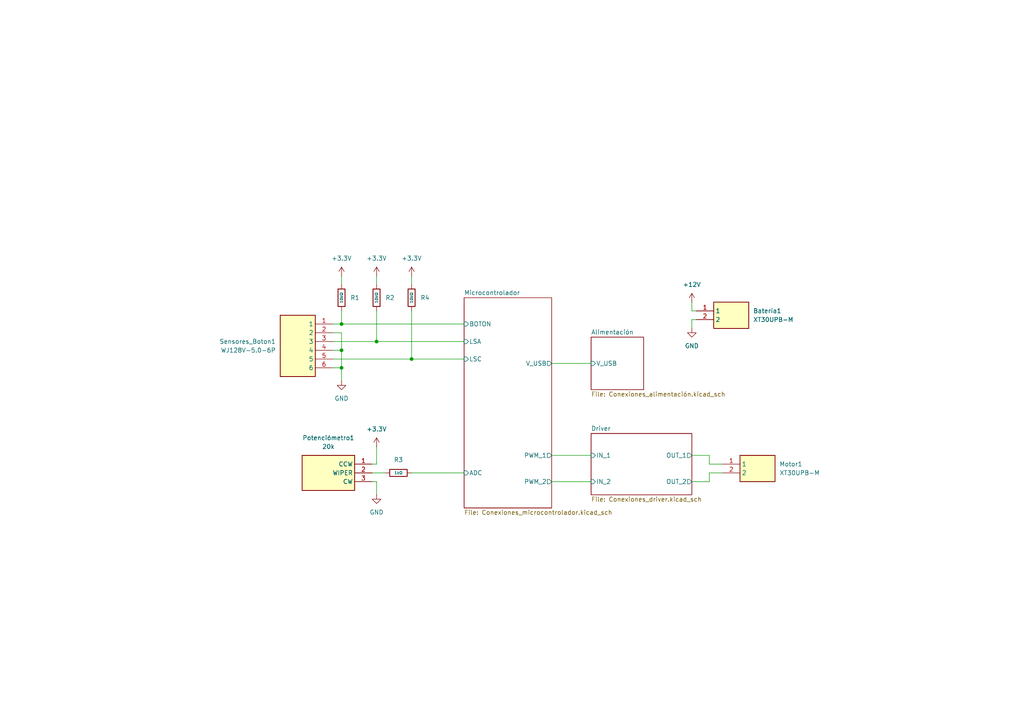
<source format=kicad_sch>
(kicad_sch (version 20250114) (generator "eeschema") (generator_version "9.0")
  (paper "A4")
  (lib_symbols
    (symbol "PCM_JLCPCB-Resistors:0603,10kΩ" (pin_numbers (hide yes)) (pin_names (offset 0))
      (property "Reference" "R" (at 1.778 0 0))
      (property "Value" "10kΩ" (at 0 0 90))
      (symbol "0603,10kΩ_0_1"
        (rectangle (start -1.016 2.54) (end 1.016 -2.54) (stroke (width 0.254)))
      )
      (symbol "0603,10kΩ_1_1"
        (pin passive line (at 0 3.81 270) (length 1.27) (name "~") (number "1"))
        (pin passive line (at 0 -3.81 90) (length 1.27) (name "~") (number "2"))
      )
    )
    (symbol "PCM_JLCPCB-Resistors:0805,1kΩ" (pin_numbers (hide yes)) (pin_names (offset 0))
      (property "Reference" "R" (at 1.778 0 0))
      (property "Value" "1kΩ" (at 0 0 90))
      (symbol "0805,1kΩ_0_1"
        (rectangle (start -1.016 2.54) (end 1.016 -2.54) (stroke (width 0.254)))
      )
      (symbol "0805,1kΩ_1_1"
        (pin passive line (at 0 3.81 270) (length 1.27) (name "~") (number "1"))
        (pin passive line (at 0 -3.81 90) (length 1.27) (name "~") (number "2"))
      )
    )
    (symbol "SamacSys_Parts:3296W-1-203LF"
      (property "Reference" "R" (at 21.59 7.62 0))
      (property "Value" "3296W-1-203LF" (at 21.59 5.08 0))
      (symbol "3296W-1-203LF_1_1"
        (rectangle (start 5.08 2.54) (end 20.32 -7.62) (stroke (width 0.254)) (fill (type background)))
        (pin passive line (at 0 0 0) (length 5.08) (name "CW") (number "3"))
        (pin passive line (at 0 -2.54 0) (length 5.08) (name "WIPER") (number "2"))
        (pin passive line (at 0 -5.08 0) (length 5.08) (name "CCW") (number "1"))
      )
    )
    (symbol "SamacSys_Parts:WJ128V-5.0-6P"
      (property "Reference" "J" (at 16.51 7.62 0))
      (property "Value" "WJ128V-5.0-6P" (at 16.51 5.08 0))
      (symbol "WJ128V-5.0-6P_1_1"
        (rectangle (start 5.08 2.54) (end 15.24 -15.24) (stroke (width 0.254)) (fill (type background)))
        (pin passive line (at 0 0 0) (length 5.08) (name "1") (number "1"))
        (pin passive line (at 0 -2.54 0) (length 5.08) (name "2") (number "2"))
        (pin passive line (at 0 -5.08 0) (length 5.08) (name "3") (number "3"))
        (pin passive line (at 0 -7.62 0) (length 5.08) (name "4") (number "4"))
        (pin passive line (at 0 -10.16 0) (length 5.08) (name "5") (number "5"))
        (pin passive line (at 0 -12.7 0) (length 5.08) (name "6") (number "6"))
      )
    )
    (symbol "SamacSys_Parts:XT30UPB-M"
      (property "Reference" "J" (at 16.51 7.62 0))
      (property "Value" "XT30UPB-M" (at 16.51 5.08 0))
      (symbol "XT30UPB-M_1_1"
        (rectangle (start 5.08 2.54) (end 15.24 -5.08) (stroke (width 0.254)) (fill (type background)))
        (pin passive line (at 0 0 0) (length 5.08) (name "1") (number "1"))
        (pin passive line (at 0 -2.54 0) (length 5.08) (name "2") (number "2"))
      )
    )
    (symbol "power:+12V" (power) (pin_numbers (hide yes)) (pin_names (offset 0) (hide yes))
      (property "Value" "+12V" (at 0 3.556 0))
      (symbol "+12V_0_1"
        (polyline (pts (xy -0.762 1.27) (xy 0 2.54)))
        (polyline (pts (xy 0 2.54) (xy 0.762 1.27)))
        (polyline (pts (xy 0 0) (xy 0 2.54)))
      )
      (symbol "+12V_1_1"
        (pin power_in line (at 0 0 90) (length 0) (name "~") (number "1"))
      )
    )
    (symbol "power:+3.3V" (power) (pin_numbers (hide yes)) (pin_names (offset 0) (hide yes))
      (property "Value" "+3.3V" (at 0 3.556 0))
      (symbol "+3.3V_0_1"
        (polyline (pts (xy -0.762 1.27) (xy 0 2.54)))
        (polyline (pts (xy 0 2.54) (xy 0.762 1.27)))
        (polyline (pts (xy 0 0) (xy 0 2.54)))
      )
      (symbol "+3.3V_1_1"
        (pin power_in line (at 0 0 90) (length 0) (name "~") (number "1"))
      )
    )
    (symbol "power:GND" (power) (pin_numbers (hide yes)) (pin_names (offset 0) (hide yes))
      (property "Value" "GND" (at 0 -3.81 0))
      (symbol "GND_0_1"
        (polyline (pts (xy 0 0) (xy 0 -1.27) (xy 1.27 -1.27) (xy 0 -2.54) (xy -1.27 -1.27) (xy 0 -1.27)))
      )
      (symbol "GND_1_1"
        (pin power_in line (at 0 0 270) (length 0) (name "~") (number "1"))
      )
    )
  )
  (junction (at 109.22 99.06))
  (junction (at 99.06 101.6))
  (junction (at 119.38 104.14))
  (junction (at 99.06 106.68))
  (junction (at 99.06 93.98))
  (wire (pts (xy 209.55 134.62) (xy 205.74 134.62)))
  (wire (pts (xy 109.22 139.7) (xy 107.95 139.7)))
  (wire (pts (xy 200.66 92.71) (xy 201.93 92.71)))
  (wire (pts (xy 119.38 80.01) (xy 119.38 82.55)))
  (wire (pts (xy 99.06 93.98) (xy 134.62 93.98)))
  (wire (pts (xy 107.95 137.16) (xy 111.76 137.16)))
  (wire (pts (xy 160.02 132.08) (xy 171.45 132.08)))
  (wire (pts (xy 107.95 134.62) (xy 109.22 134.62)))
  (wire (pts (xy 109.22 80.01) (xy 109.22 82.55)))
  (wire (pts (xy 96.52 104.14) (xy 119.38 104.14)))
  (wire (pts (xy 160.02 139.7) (xy 171.45 139.7)))
  (wire (pts (xy 96.52 93.98) (xy 99.06 93.98)))
  (wire (pts (xy 109.22 143.51) (xy 109.22 139.7)))
  (wire (pts (xy 109.22 99.06) (xy 96.52 99.06)))
  (wire (pts (xy 99.06 101.6) (xy 99.06 106.68)))
  (wire (pts (xy 119.38 104.14) (xy 119.38 90.17)))
  (wire (pts (xy 209.55 137.16) (xy 205.74 137.16)))
  (wire (pts (xy 109.22 90.17) (xy 109.22 99.06)))
  (wire (pts (xy 99.06 96.52) (xy 99.06 101.6)))
  (wire (pts (xy 205.74 134.62) (xy 205.74 132.08)))
  (wire (pts (xy 96.52 101.6) (xy 99.06 101.6)))
  (wire (pts (xy 99.06 93.98) (xy 99.06 90.17)))
  (wire (pts (xy 205.74 139.7) (xy 200.66 139.7)))
  (wire (pts (xy 119.38 104.14) (xy 134.62 104.14)))
  (wire (pts (xy 200.66 87.63) (xy 200.66 90.17)))
  (wire (pts (xy 119.38 137.16) (xy 134.62 137.16)))
  (wire (pts (xy 99.06 80.01) (xy 99.06 82.55)))
  (wire (pts (xy 200.66 95.25) (xy 200.66 92.71)))
  (wire (pts (xy 96.52 106.68) (xy 99.06 106.68)))
  (wire (pts (xy 160.02 105.41) (xy 171.45 105.41)))
  (wire (pts (xy 109.22 99.06) (xy 134.62 99.06)))
  (wire (pts (xy 205.74 137.16) (xy 205.74 139.7)))
  (wire (pts (xy 205.74 132.08) (xy 200.66 132.08)))
  (wire (pts (xy 96.52 96.52) (xy 99.06 96.52)))
  (wire (pts (xy 99.06 106.68) (xy 99.06 110.49)))
  (wire (pts (xy 109.22 134.62) (xy 109.22 129.54)))
  (wire (pts (xy 200.66 90.17) (xy 201.93 90.17)))
  (symbol (lib_id "power:GND") (at 200.66 95.25 0) (unit 1)
    (property "Reference" "#PWR08" (effects (hide yes)))
    (property "Value" "GND" (at 200.66 100.33 0))
    (property "Description" "Power symbol creates a global label with name \"GND\" , ground" (effects (hide yes)))
  )
  (symbol (lib_id "PCM_JLCPCB-Resistors:0805,1kΩ") (at 115.57 137.16 90) (unit 1)
    (property "Reference" "R3" (at 115.57 133.35 90))
    (property "Value" "1kΩ" (at 115.57 137.16 90) (effects (font (size 0.8 0.8))))
    (property "Footprint" "PCM_JLCPCB:R_0805" (effects (hide yes)))
    (property "Datasheet" "https://www.lcsc.com/datasheet/lcsc_datasheet_2205311800_UNI-ROYAL-Uniroyal-Elec-0805W8F1001T5E_C17513.pdf" (effects (hide yes)))
    (property "Description" "125mW Thick Film Resistors 150V ±100ppm/°C ±1% 1kΩ 0805 Chip Resistor - Surface Mount ROHS" (effects (hide yes)))
    (property "LCSC" "C17513" (effects (hide yes)))
    (property "Stock" "6103763" (effects (hide yes)))
    (property "Price" "0.005USD" (effects (hide yes)))
    (property "Process" "SMT" (effects (hide yes)))
    (property "Minimum Qty" "20" (effects (hide yes)))
    (property "Attrition Qty" "10" (effects (hide yes)))
    (property "Class" "Basic Component" (effects (hide yes)))
    (property "Category" "Resistors,Chip Resistor - Surface Mount" (effects (hide yes)))
    (property "Manufacturer" "UNI-ROYAL(Uniroyal Elec)" (effects (hide yes)))
    (property "Part" "0805W8F1001T5E" (effects (hide yes)))
    (property "Resistance" "1kΩ" (effects (hide yes)))
    (property "Power(Watts)" "125mW" (effects (hide yes)))
    (property "Type" "Thick Film Resistors" (effects (hide yes)))
    (property "Overload Voltage (Max)" "150V" (effects (hide yes)))
    (property "Operating Temperature Range" "-55°C~+155°C" (effects (hide yes)))
    (property "Tolerance" "±1%" (effects (hide yes)))
    (property "Temperature Coefficient" "±100ppm/°C" (effects (hide yes)))
  )
  (symbol (lib_id "power:+3.3V") (at 109.22 129.54 0) (unit 1)
    (property "Reference" "#PWR04" (effects (hide yes)))
    (property "Value" "+3.3V" (at 109.22 124.46 0))
    (property "Description" "Power symbol creates a global label with name \"+3.3V\"" (effects (hide yes)))
  )
  (symbol (lib_id "PCM_JLCPCB-Resistors:0603,10kΩ") (at 99.06 86.36 0) (unit 1)
    (property "Reference" "R1" (at 101.6 86.3599 0) (effects (justify left)))
    (property "Value" "10kΩ" (at 99.06 86.36 90) (effects (font (size 0.8 0.8))))
    (property "Footprint" "PCM_JLCPCB:R_0603" (effects (hide yes)))
    (property "Datasheet" "https://www.lcsc.com/datasheet/lcsc_datasheet_2206010045_UNI-ROYAL-Uniroyal-Elec-0603WAF1002T5E_C25804.pdf" (effects (hide yes)))
    (property "Description" "100mW Thick Film Resistors 75V ±100ppm/°C ±1% 10kΩ 0603 Chip Resistor - Surface Mount ROHS" (effects (hide yes)))
    (property "LCSC" "C25804" (effects (hide yes)))
    (property "Stock" "24658686" (effects (hide yes)))
    (property "Price" "0.004USD" (effects (hide yes)))
    (property "Process" "SMT" (effects (hide yes)))
    (property "Minimum Qty" "20" (effects (hide yes)))
    (property "Attrition Qty" "10" (effects (hide yes)))
    (property "Class" "Basic Component" (effects (hide yes)))
    (property "Category" "Resistors,Chip Resistor - Surface Mount" (effects (hide yes)))
    (property "Manufacturer" "UNI-ROYAL(Uniroyal Elec)" (effects (hide yes)))
    (property "Part" "0603WAF1002T5E" (effects (hide yes)))
    (property "Resistance" "10kΩ" (effects (hide yes)))
    (property "Power(Watts)" "100mW" (effects (hide yes)))
    (property "Type" "Thick Film Resistors" (effects (hide yes)))
    (property "Overload Voltage (Max)" "75V" (effects (hide yes)))
    (property "Operating Temperature Range" "-55°C~+155°C" (effects (hide yes)))
    (property "Tolerance" "±1%" (effects (hide yes)))
    (property "Temperature Coefficient" "±100ppm/°C" (effects (hide yes)))
  )
  (symbol (lib_id "PCM_JLCPCB-Resistors:0603,10kΩ") (at 119.38 86.36 0) (unit 1)
    (property "Reference" "R4" (at 121.92 86.3599 0) (effects (justify left)))
    (property "Value" "10kΩ" (at 119.38 86.36 90) (effects (font (size 0.8 0.8))))
    (property "Footprint" "PCM_JLCPCB:R_0603" (effects (hide yes)))
    (property "Datasheet" "https://www.lcsc.com/datasheet/lcsc_datasheet_2206010045_UNI-ROYAL-Uniroyal-Elec-0603WAF1002T5E_C25804.pdf" (effects (hide yes)))
    (property "Description" "100mW Thick Film Resistors 75V ±100ppm/°C ±1% 10kΩ 0603 Chip Resistor - Surface Mount ROHS" (effects (hide yes)))
    (property "LCSC" "C25804" (effects (hide yes)))
    (property "Stock" "24658686" (effects (hide yes)))
    (property "Price" "0.004USD" (effects (hide yes)))
    (property "Process" "SMT" (effects (hide yes)))
    (property "Minimum Qty" "20" (effects (hide yes)))
    (property "Attrition Qty" "10" (effects (hide yes)))
    (property "Class" "Basic Component" (effects (hide yes)))
    (property "Category" "Resistors,Chip Resistor - Surface Mount" (effects (hide yes)))
    (property "Manufacturer" "UNI-ROYAL(Uniroyal Elec)" (effects (hide yes)))
    (property "Part" "0603WAF1002T5E" (effects (hide yes)))
    (property "Resistance" "10kΩ" (effects (hide yes)))
    (property "Power(Watts)" "100mW" (effects (hide yes)))
    (property "Type" "Thick Film Resistors" (effects (hide yes)))
    (property "Overload Voltage (Max)" "75V" (effects (hide yes)))
    (property "Operating Temperature Range" "-55°C~+155°C" (effects (hide yes)))
    (property "Tolerance" "±1%" (effects (hide yes)))
    (property "Temperature Coefficient" "±100ppm/°C" (effects (hide yes)))
  )
  (symbol (lib_id "power:+3.3V") (at 99.06 80.01 0) (unit 1)
    (property "Reference" "#PWR01" (effects (hide yes)))
    (property "Value" "+3.3V" (at 99.06 74.93 0))
    (property "Description" "Power symbol creates a global label with name \"+3.3V\"" (effects (hide yes)))
  )
  (symbol (lib_id "power:+3.3V") (at 119.38 80.01 0) (unit 1)
    (property "Reference" "#PWR06" (effects (hide yes)))
    (property "Value" "+3.3V" (at 119.38 74.93 0))
    (property "Description" "Power symbol creates a global label with name \"+3.3V\"" (effects (hide yes)))
  )
  (symbol (lib_id "SamacSys_Parts:XT30UPB-M") (at 209.55 134.62 0) (unit 1)
    (property "Reference" "Motor1" (at 226.06 134.6199 0) (effects (justify left)))
    (property "Value" "XT30UPB-M" (at 226.06 137.1599 0) (effects (justify left)))
    (property "Footprint" "SamacSys_Parts:SHDR2W160P0X500_1X2_1020X520X1070P" (effects (hide yes)))
    (property "Datasheet" "https://www.tme.eu/Document/4acc913878197f8c2e30d4b8cdc47230/XT30UPB%20SPEC.pdf" (effects (hide yes)))
    (property "Description" "Socket; DC supply; XT30; male; PIN: 2; on PCBs; THT; Colour: yellow" (effects (hide yes)))
    (property "Height" "10.7" (effects (hide yes)))
    (property "Manufacturer_Name" "Amass" (effects (hide yes)))
    (property "Manufacturer_Part_Number" "XT30UPB-M" (effects (hide yes)))
  )
  (symbol (lib_id "SamacSys_Parts:WJ128V-5.0-6P") (at 96.52 93.98 0) (mirror y) (unit 1)
    (property "Reference" "Sensores_Boton1" (at 80.01 99.0599 0) (effects (justify left)))
    (property "Value" "WJ128V-5.0-6P" (at 80.01 101.5999 0) (effects (justify left)))
    (property "Footprint" "SamacSys_Parts:WJ128V506P" (effects (hide yes)))
    (property "Datasheet" "https://datasheet.lcsc.com/lcsc/1912251712_Ningbo-Kangnex-Elec-WJ128V-5-0-6P_C192771.pdf" (effects (hide yes)))
    (property "Description" "6 Position, P=5.0mm Screw terminal RoHS" (effects (hide yes)))
    (property "Height" "14.3" (effects (hide yes)))
    (property "Manufacturer_Name" "Ningbo Kangnex" (effects (hide yes)))
    (property "Manufacturer_Part_Number" "WJ128V-5.0-6P" (effects (hide yes)))
  )
  (symbol (lib_id "SamacSys_Parts:3296W-1-203LF") (at 107.95 139.7 180) (unit 1)
    (property "Reference" "Potenciómetro1" (at 95.25 127 0))
    (property "Value" "20k" (at 95.25 129.54 0))
    (property "Footprint" "SamacSys_Parts:3296W1503LF" (effects (hide yes)))
    (property "Datasheet" "http://www.bourns.com/docs/Product-Datasheets/3296.pdf" (effects (hide yes)))
    (property "Description" "3296W top adj cermet trimmer,20K 10mm Bourns 3296W Series 25-Turn Through Hole Cermet Trimmer Resistor with Pin Terminations, 20k +/-10% 1/2W +/-100ppm/C" (effects (hide yes)))
    (property "Height" "10.28" (effects (hide yes)))
    (property "Manufacturer_Name" "Bourns" (effects (hide yes)))
    (property "Manufacturer_Part_Number" "3296W-1-203LF" (effects (hide yes)))
    (property "Mouser Part Number" "652-3296W-1-203LF" (effects (hide yes)))
    (property "Mouser Price/Stock" "https://www.mouser.co.uk/ProductDetail/Bourns/3296W-1-203LF?qs=UBppDQZA%252BGQoINFzp6sGqA%3D%3D" (effects (hide yes)))
    (property "Arrow Part Number" "3296W-1-203LF" (effects (hide yes)))
    (property "Arrow Price/Stock" "https://www.arrow.com/en/products/3296w-1-203lf/bourns?region=europe" (effects (hide yes)))
  )
  (symbol (lib_id "power:GND") (at 99.06 110.49 0) (unit 1)
    (property "Reference" "#PWR02" (effects (hide yes)))
    (property "Value" "GND" (at 99.06 115.57 0))
    (property "Description" "Power symbol creates a global label with name \"GND\" , ground" (effects (hide yes)))
  )
  (symbol (lib_id "power:+12V") (at 200.66 87.63 0) (unit 1)
    (property "Reference" "#PWR07" (effects (hide yes)))
    (property "Value" "+12V" (at 200.66 82.55 0))
    (property "Description" "Power symbol creates a global label with name \"+12V\"" (effects (hide yes)))
  )
  (symbol (lib_id "power:+3.3V") (at 109.22 80.01 0) (unit 1)
    (property "Reference" "#PWR03" (effects (hide yes)))
    (property "Value" "+3.3V" (at 109.22 74.93 0))
    (property "Description" "Power symbol creates a global label with name \"+3.3V\"" (effects (hide yes)))
  )
  (symbol (lib_id "SamacSys_Parts:XT30UPB-M") (at 201.93 90.17 0) (unit 1)
    (property "Reference" "Batería1" (at 218.44 90.1699 0) (effects (justify left)))
    (property "Value" "XT30UPB-M" (at 218.44 92.7099 0) (effects (justify left)))
    (property "Footprint" "SamacSys_Parts:SHDR2W160P0X500_1X2_1020X520X1070P" (effects (hide yes)))
    (property "Datasheet" "https://www.tme.eu/Document/4acc913878197f8c2e30d4b8cdc47230/XT30UPB%20SPEC.pdf" (effects (hide yes)))
    (property "Description" "Socket; DC supply; XT30; male; PIN: 2; on PCBs; THT; Colour: yellow" (effects (hide yes)))
    (property "Height" "10.7" (effects (hide yes)))
    (property "Manufacturer_Name" "Amass" (effects (hide yes)))
    (property "Manufacturer_Part_Number" "XT30UPB-M" (effects (hide yes)))
  )
  (symbol (lib_id "PCM_JLCPCB-Resistors:0603,10kΩ") (at 109.22 86.36 0) (unit 1)
    (property "Reference" "R2" (at 111.76 86.3599 0) (effects (justify left)))
    (property "Value" "10kΩ" (at 109.22 86.36 90) (effects (font (size 0.8 0.8))))
    (property "Footprint" "PCM_JLCPCB:R_0603" (effects (hide yes)))
    (property "Datasheet" "https://www.lcsc.com/datasheet/lcsc_datasheet_2206010045_UNI-ROYAL-Uniroyal-Elec-0603WAF1002T5E_C25804.pdf" (effects (hide yes)))
    (property "Description" "100mW Thick Film Resistors 75V ±100ppm/°C ±1% 10kΩ 0603 Chip Resistor - Surface Mount ROHS" (effects (hide yes)))
    (property "LCSC" "C25804" (effects (hide yes)))
    (property "Stock" "24658686" (effects (hide yes)))
    (property "Price" "0.004USD" (effects (hide yes)))
    (property "Process" "SMT" (effects (hide yes)))
    (property "Minimum Qty" "20" (effects (hide yes)))
    (property "Attrition Qty" "10" (effects (hide yes)))
    (property "Class" "Basic Component" (effects (hide yes)))
    (property "Category" "Resistors,Chip Resistor - Surface Mount" (effects (hide yes)))
    (property "Manufacturer" "UNI-ROYAL(Uniroyal Elec)" (effects (hide yes)))
    (property "Part" "0603WAF1002T5E" (effects (hide yes)))
    (property "Resistance" "10kΩ" (effects (hide yes)))
    (property "Power(Watts)" "100mW" (effects (hide yes)))
    (property "Type" "Thick Film Resistors" (effects (hide yes)))
    (property "Overload Voltage (Max)" "75V" (effects (hide yes)))
    (property "Operating Temperature Range" "-55°C~+155°C" (effects (hide yes)))
    (property "Tolerance" "±1%" (effects (hide yes)))
    (property "Temperature Coefficient" "±100ppm/°C" (effects (hide yes)))
  )
  (symbol (lib_id "power:GND") (at 109.22 143.51 0) (unit 1)
    (property "Reference" "#PWR05" (effects (hide yes)))
    (property "Value" "GND" (at 109.22 148.59 0))
    (property "Description" "Power symbol creates a global label with name \"GND\" , ground" (effects (hide yes)))
  )
  (sheet (at 134.62 86.36) (size 25.4 60.96) (stroke (width 0.1524))
    (property "Sheetname" "Microcontrolador" (at 134.62 85.6484 0) (effects (justify left bottom)))
    (property "Sheetfile" "Conexiones_microcontrolador.kicad_sch" (at 134.62 147.9046 0) (effects (justify left top)))
    (pin "ADC" input (at 134.62 137.16 180))
    (pin "BOTON" input (at 134.62 93.98 180))
    (pin "LSA" input (at 134.62 99.06 180))
    (pin "LSC" input (at 134.62 104.14 180))
    (pin "PWM_1" output (at 160.02 132.08 0))
    (pin "V_USB" output (at 160.02 105.41 0))
    (pin "PWM_2" output (at 160.02 139.7 0))
  )
  (sheet (at 171.45 97.79) (size 15.24 15.24) (stroke (width 0.1524))
    (property "Sheetname" "Alimentación" (at 171.45 97.0784 0) (effects (justify left bottom)))
    (property "Sheetfile" "Conexiones_alimentación.kicad_sch" (at 171.45 113.6146 0) (effects (justify left top)))
    (pin "V_USB" input (at 171.45 105.41 180))
  )
  (sheet (at 171.45 125.73) (size 29.21 17.78) (stroke (width 0.1524))
    (property "Sheetname" "Driver" (at 171.45 125.0184 0) (effects (justify left bottom)))
    (property "Sheetfile" "Conexiones_driver.kicad_sch" (at 171.45 144.0946 0) (effects (justify left top)))
    (pin "IN_1" input (at 171.45 132.08 180))
    (pin "IN_2" input (at 171.45 139.7 180))
    (pin "OUT_1" output (at 200.66 132.08 0))
    (pin "OUT_2" output (at 200.66 139.7 0))
  )
)
</source>
